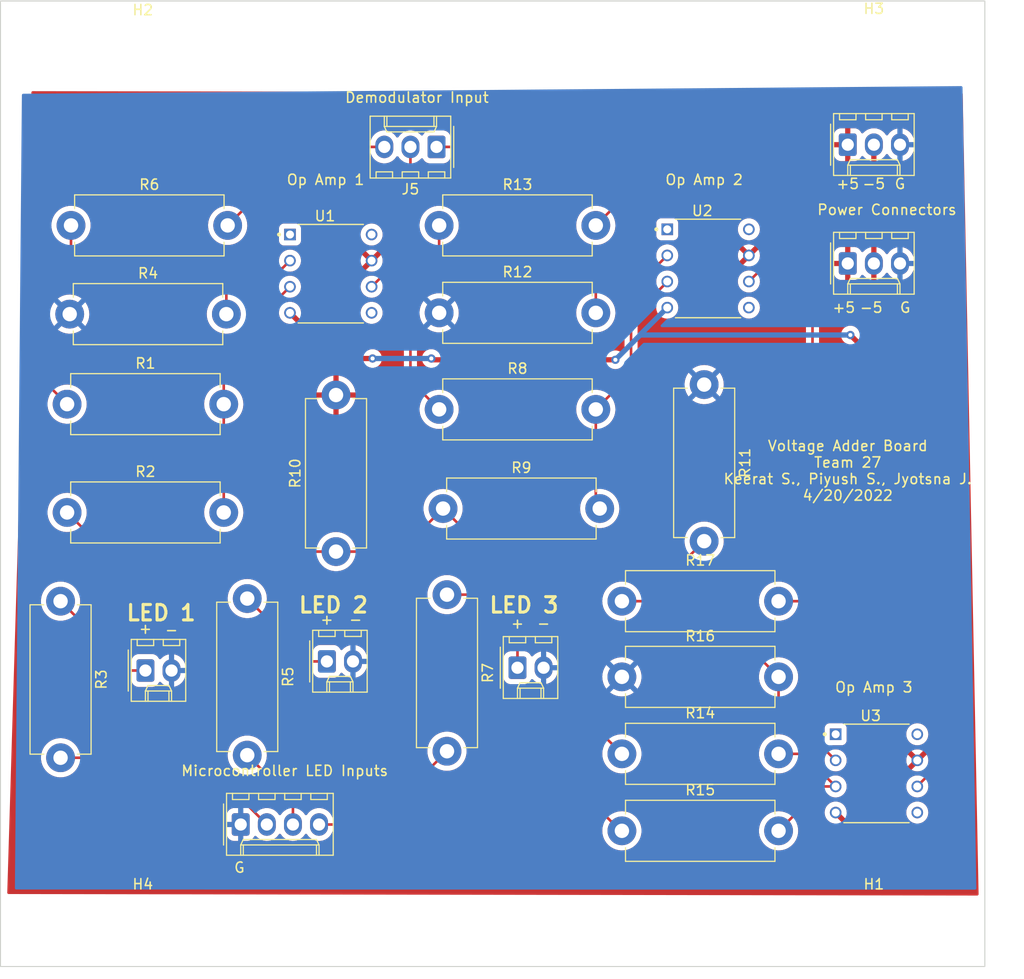
<source format=kicad_pcb>
(kicad_pcb (version 20211014) (generator pcbnew)
  (layers (0 "F.Cu" signal) (31 "B.Cu" signal) (34 "B.Paste" user) (35 "F.Paste" user) (36 "B.SilkS" user "B.Silkscreen") (37 "F.SilkS" user "F.Silkscreen") (38 "B.Mask" user) (39 "F.Mask" user) (44 "Edge.Cuts" user))
  (net 0 "")
  (net 1 "Net-(J1-Pad1)")
  (net 2 "GND")
  (net 3 "Net-(J2-Pad2)")
  (net 4 "Net-(J3-Pad1)")
  (net 5 "Net-(J4-Pad1)")
  (net 6 "Net-(J5-Pad1)")
  (net 7 "Net-(J5-Pad2)")
  (net 8 "Net-(J5-Pad3)")
  (net 9 "Net-(R1-Pad2)")
  (net 10 "Net-(R10-Pad1)")
  (net 11 "Net-(R4-Pad2)")
  (net 12 "Net-(R6-Pad2)")
  (net 13 "Net-(R8-Pad2)")
  (net 14 "+5V")
  (net 15 "Net-(R12-Pad2)")
  (net 16 "Net-(R13-Pad2)")
  (net 17 "Net-(R14-Pad2)")
  (net 18 "Net-(R16-Pad2)")
  (net 19 "Net-(R17-Pad2)")
  (net 21 "-5V")
  (net 27 "Net-(J2-Pad3)")
  (net 28 "Net-(J2-Pad4)")
  (footprint "Resistor_THT:R_Axial_DIN0614_L14.3mm_D5.7mm_P15.24mm_Horizontal" (layer "F.Cu") (at 69.088 67.31)
    (fp_text reference "R4" (at 7.62 -3.97) (layer "F.SilkS"))
    (fp_text value "2.2K")
    (fp_line (start 14.89 -2.97) (end 14.89 -1.64) (layer "F.SilkS") (width 0.12))
    (fp_line (start 0.35 2.97) (end 14.89 2.97) (layer "F.SilkS") (width 0.12))
    (fp_line (start 14.89 2.97) (end 14.89 1.64) (layer "F.SilkS") (width 0.12))
    (fp_line (start 0.35 -1.64) (end 0.35 -2.97) (layer "F.SilkS") (width 0.12))
    (fp_line (start 0.35 1.64) (end 0.35 2.97) (layer "F.SilkS") (width 0.12))
    (fp_line (start 0.35 -2.97) (end 14.89 -2.97) (layer "F.SilkS") (width 0.12))
    (pad "1" thru_hole circle (at 0 0) (size 2.8 2.8) (drill 1.4) (layers *.Cu *.Mask) (net 2 "GND"))
    (pad "2" thru_hole oval (at 15.24 0) (size 2.8 2.8) (drill 1.4) (layers *.Cu *.Mask) (net 11 "Net-(R4-Pad2)"))
  )
  (footprint "Resistor_THT:R_Axial_DIN0614_L14.3mm_D5.7mm_P15.24mm_Horizontal" (layer "F.Cu") (at 86.36 94.996 -90)
    (fp_text reference "R5" (at 7.62 -3.97 90) (layer "F.SilkS"))
    (fp_text value "330")
    (fp_line (start 0.35 2.97) (end 14.89 2.97) (layer "F.SilkS") (width 0.12))
    (fp_line (start 0.35 1.64) (end 0.35 2.97) (layer "F.SilkS") (width 0.12))
    (fp_line (start 0.35 -1.64) (end 0.35 -2.97) (layer "F.SilkS") (width 0.12))
    (fp_line (start 0.35 -2.97) (end 14.89 -2.97) (layer "F.SilkS") (width 0.12))
    (fp_line (start 14.89 2.97) (end 14.89 1.64) (layer "F.SilkS") (width 0.12))
    (fp_line (start 14.89 -2.97) (end 14.89 -1.64) (layer "F.SilkS") (width 0.12))
    (pad "1" thru_hole circle (at 0 0 270) (size 2.8 2.8) (drill 1.4) (layers *.Cu *.Mask) (net 4 "Net-(J3-Pad1)"))
    (pad "2" thru_hole oval (at 15.24 0 270) (size 2.8 2.8) (drill 1.4) (layers *.Cu *.Mask) (net 27 "Net-(J2-Pad3)"))
  )
  (footprint "MountingHole:MountingHole_3.2mm_M3" (layer "F.Cu") (at 76.2 127)
    (fp_text reference "H4" (at 0 -4.2) (layer "F.SilkS"))
    (fp_text value "MountingHole")
    (pad "" np_thru_hole circle (at 0 0) (size 3.2 3.2) (drill 3.2) (layers *.Cu *.Mask))
  )
  (footprint "Connector_Molex:Molex_KK-254_AE-6410-03A_1x03_P2.54mm_Vertical" (layer "F.Cu") (at 144.78 50.82)
    (fp_text reference "J7" hide)
    (fp_text value "Conn_01x03_Female")
    (fp_text user "G" (at 5.08 3.81 unlocked) (layer "F.SilkS"))
    (fp_text user "-5" (at 2.54 3.81 unlocked) (layer "F.SilkS"))
    (fp_text user "+5" (at 0 3.81 unlocked) (layer "F.SilkS"))
    (fp_line (start 0.8 -2.43) (end 0.8 -3.03) (layer "F.SilkS") (width 0.12))
    (fp_line (start -1.38 2.99) (end 6.46 2.99) (layer "F.SilkS") (width 0.12))
    (fp_line (start 4.83 1.46) (end 5.08 1.99) (layer "F.SilkS") (width 0.12))
    (fp_line (start 0.25 2.99) (end 0.25 1.99) (layer "F.SilkS") (width 0.12))
    (fp_line (start 4.28 -2.43) (end 5.88 -2.43) (layer "F.SilkS") (width 0.12))
    (fp_line (start 0.25 1.46) (end 4.83 1.46) (layer "F.SilkS") (width 0.12))
    (fp_line (start 1.74 -2.43) (end 3.34 -2.43) (layer "F.SilkS") (width 0.12))
    (fp_line (start -0.8 -3.03) (end -0.8 -2.43) (layer "F.SilkS") (width 0.12))
    (fp_line (start 0 2.99) (end 0 1.99) (layer "F.SilkS") (width 0.12))
    (fp_line (start 0 1.99) (end 0.25 1.46) (layer "F.SilkS") (width 0.12))
    (fp_line (start 4.28 -3.03) (end 4.28 -2.43) (layer "F.SilkS") (width 0.12))
    (fp_line (start 4.83 2.99) (end 4.83 1.99) (layer "F.SilkS") (width 0.12))
    (fp_line (start 0 1.99) (end 5.08 1.99) (layer "F.SilkS") (width 0.12))
    (fp_line (start 5.08 1.99) (end 5.08 2.99) (layer "F.SilkS") (width 0.12))
    (fp_line (start 3.34 -2.43) (end 3.34 -3.03) (layer "F.SilkS") (width 0.12))
    (fp_line (start 6.46 2.99) (end 6.46 -3.03) (layer "F.SilkS") (width 0.12))
    (fp_line (start 5.88 -2.43) (end 5.88 -3.03) (layer "F.SilkS") (width 0.12))
    (fp_line (start 1.74 -3.03) (end 1.74 -2.43) (layer "F.SilkS") (width 0.12))
    (fp_line (start 6.46 -3.03) (end -1.38 -3.03) (layer "F.SilkS") (width 0.12))
    (fp_line (start -1.67 -2) (end -1.67 2) (layer "F.SilkS") (width 0.12))
    (fp_line (start -0.8 -2.43) (end 0.8 -2.43) (layer "F.SilkS") (width 0.12))
    (fp_line (start -1.38 -3.03) (end -1.38 2.99) (layer "F.SilkS") (width 0.12))
    (pad "1" thru_hole roundrect (at 0 0) (size 1.74 2.19) (drill 1.19) (layers *.Cu *.Mask) (roundrect_rratio 0.1436781609) (net 14 "+5V"))
    (pad "2" thru_hole oval (at 2.54 0) (size 1.74 2.19) (drill 1.19) (layers *.Cu *.Mask) (net 21 "-5V"))
    (pad "3" thru_hole oval (at 5.08 0) (size 1.74 2.19) (drill 1.19) (layers *.Cu *.Mask) (net 2 "GND"))
  )
  (footprint "Resistor_THT:R_Axial_DIN0614_L14.3mm_D5.7mm_P15.24mm_Horizontal" (layer "F.Cu") (at 122.809 95.25)
    (fp_text reference "R17" (at 7.62 -3.97) (layer "F.SilkS"))
    (fp_text value "2.2K")
    (fp_line (start 0.35 2.97) (end 14.89 2.97) (layer "F.SilkS") (width 0.12))
    (fp_line (start 14.89 -2.97) (end 14.89 -1.64) (layer "F.SilkS") (width 0.12))
    (fp_line (start 0.35 -1.64) (end 0.35 -2.97) (layer "F.SilkS") (width 0.12))
    (fp_line (start 0.35 1.64) (end 0.35 2.97) (layer "F.SilkS") (width 0.12))
    (fp_line (start 14.89 2.97) (end 14.89 1.64) (layer "F.SilkS") (width 0.12))
    (fp_line (start 0.35 -2.97) (end 14.89 -2.97) (layer "F.SilkS") (width 0.12))
    (pad "1" thru_hole circle (at 0 0) (size 2.8 2.8) (drill 1.4) (layers *.Cu *.Mask) (net 18 "Net-(R16-Pad2)"))
    (pad "2" thru_hole oval (at 15.24 0) (size 2.8 2.8) (drill 1.4) (layers *.Cu *.Mask) (net 19 "Net-(R17-Pad2)"))
  )
  (footprint "Connector_Molex:Molex_KK-254_AE-6410-02A_1x02_P2.54mm_Vertical" (layer "F.Cu") (at 112.649 101.727)
    (fp_text reference "J4" hide)
    (fp_text value "Conn_01x02_Female")
    (fp_text user "+" (at 0 -4.318 unlocked) (layer "F.SilkS"))
    (fp_text user "-" (at 2.54 -4.318 unlocked) (layer "F.SilkS"))
    (fp_line (start 0.8 -2.43) (end 0.8 -3.03) (layer "F.SilkS") (width 0.12))
    (fp_line (start 3.34 -2.43) (end 3.34 -3.03) (layer "F.SilkS") (width 0.12))
    (fp_line (start 2.29 2.99) (end 2.29 1.99) (layer "F.SilkS") (width 0.12))
    (fp_line (start 0.25 1.46) (end 2.29 1.46) (layer "F.SilkS") (width 0.12))
    (fp_line (start 0.25 2.99) (end 0.25 1.99) (layer "F.SilkS") (width 0.12))
    (fp_line (start 2.54 1.99) (end 2.54 2.99) (layer "F.SilkS") (width 0.12))
    (fp_line (start 3.92 -3.03) (end -1.38 -3.03) (layer "F.SilkS") (width 0.12))
    (fp_line (start 0 1.99) (end 2.54 1.99) (layer "F.SilkS") (width 0.12))
    (fp_line (start -1.67 -2) (end -1.67 2) (layer "F.SilkS") (width 0.12))
    (fp_line (start 0 2.99) (end 0 1.99) (layer "F.SilkS") (width 0.12))
    (fp_line (start -0.8 -2.43) (end 0.8 -2.43) (layer "F.SilkS") (width 0.12))
    (fp_line (start -1.38 -3.03) (end -1.38 2.99) (layer "F.SilkS") (width 0.12))
    (fp_line (start 1.74 -3.03) (end 1.74 -2.43) (layer "F.SilkS") (width 0.12))
    (fp_line (start 3.92 2.99) (end 3.92 -3.03) (layer "F.SilkS") (width 0.12))
    (fp_line (start -1.38 2.99) (end 3.92 2.99) (layer "F.SilkS") (width 0.12))
    (fp_line (start -0.8 -3.03) (end -0.8 -2.43) (layer "F.SilkS") (width 0.12))
    (fp_line (start 2.29 1.46) (end 2.54 1.99) (layer "F.SilkS") (width 0.12))
    (fp_line (start 1.74 -2.43) (end 3.34 -2.43) (layer "F.SilkS") (width 0.12))
    (fp_line (start 0 1.99) (end 0.25 1.46) (layer "F.SilkS") (width 0.12))
    (pad "1" thru_hole roundrect (at 0 0) (size 1.74 2.19) (drill 1.19) (layers *.Cu *.Mask) (roundrect_rratio 0.1436781609) (net 5 "Net-(J4-Pad1)"))
    (pad "2" thru_hole oval (at 2.54 0) (size 1.74 2.19) (drill 1.19) (layers *.Cu *.Mask) (net 2 "GND"))
  )
  (footprint "Connector_Molex:Molex_KK-254_AE-6410-03A_1x03_P2.54mm_Vertical" (layer "F.Cu") (at 144.78 62.37699)
    (fp_text reference "J6" hide)
    (fp_text value "Conn_01x03_Female")
    (fp_text user "+5" (at -0.381 4.29801 unlocked) (layer "F.SilkS"))
    (fp_text user "-5" (at 2.286 4.29801 unlocked) (layer "F.SilkS"))
    (fp_text user "G" (at 5.588 4.29801 unlocked) (layer "F.SilkS"))
    (fp_line (start 4.28 -3.03) (end 4.28 -2.43) (layer "F.SilkS") (width 0.12))
    (fp_line (start 0 2.99) (end 0 1.99) (layer "F.SilkS") (width 0.12))
    (fp_line (start 6.46 -3.03) (end -1.38 -3.03) (layer "F.SilkS") (width 0.12))
    (fp_line (start 0 1.99) (end 0.25 1.46) (layer "F.SilkS") (width 0.12))
    (fp_line (start 0.8 -2.43) (end 0.8 -3.03) (layer "F.SilkS") (width 0.12))
    (fp_line (start 0 1.99) (end 5.08 1.99) (layer "F.SilkS") (width 0.12))
    (fp_line (start 0.25 1.46) (end 4.83 1.46) (layer "F.SilkS") (width 0.12))
    (fp_line (start 1.74 -2.43) (end 3.34 -2.43) (layer "F.SilkS") (width 0.12))
    (fp_line (start 5.88 -2.43) (end 5.88 -3.03) (layer "F.SilkS") (width 0.12))
    (fp_line (start 1.74 -3.03) (end 1.74 -2.43) (layer "F.SilkS") (width 0.12))
    (fp_line (start 4.28 -2.43) (end 5.88 -2.43) (layer "F.SilkS") (width 0.12))
    (fp_line (start -0.8 -2.43) (end 0.8 -2.43) (layer "F.SilkS") (width 0.12))
    (fp_line (start 4.83 1.46) (end 5.08 1.99) (layer "F.SilkS") (width 0.12))
    (fp_line (start -1.38 2.99) (end 6.46 2.99) (layer "F.SilkS") (width 0.12))
    (fp_line (start 6.46 2.99) (end 6.46 -3.03) (layer "F.SilkS") (width 0.12))
    (fp_line (start -1.38 -3.03) (end -1.38 2.99) (layer "F.SilkS") (width 0.12))
    (fp_line (start -0.8 -3.03) (end -0.8 -2.43) (layer "F.SilkS") (width 0.12))
    (fp_line (start 0.25 2.99) (end 0.25 1.99) (layer "F.SilkS") (width 0.12))
    (fp_line (start 4.83 2.99) (end 4.83 1.99) (layer "F.SilkS") (width 0.12))
    (fp_line (start 3.34 -2.43) (end 3.34 -3.03) (layer "F.SilkS") (width 0.12))
    (fp_line (start 5.08 1.99) (end 5.08 2.99) (layer "F.SilkS") (width 0.12))
    (fp_line (start -1.67 -2) (end -1.67 2) (layer "F.SilkS") (width 0.12))
    (pad "1" thru_hole roundrect (at 0 0) (size 1.74 2.19) (drill 1.19) (layers *.Cu *.Mask) (roundrect_rratio 0.1436781609) (net 14 "+5V"))
    (pad "2" thru_hole oval (at 2.54 0) (size 1.74 2.19) (drill 1.19) (layers *.Cu *.Mask) (net 21 "-5V"))
    (pad "3" thru_hole oval (at 5.08 0) (size 1.74 2.19) (drill 1.19) (layers *.Cu *.Mask) (net 2 "GND"))
  )
  (footprint "Connector_Molex:Molex_KK-254_AE-6410-02A_1x02_P2.54mm_Vertical" (layer "F.Cu") (at 94.107 101.11199)
    (fp_text reference "J3" hide)
    (fp_text value "Conn_01x02_Female")
    (fp_text user "+" (at 0 -4.08399 unlocked) (layer "F.SilkS"))
    (fp_text user "-" (at 2.794 -4.08399 unlocked) (layer "F.SilkS"))
    (fp_line (start 1.74 -3.03) (end 1.74 -2.43) (layer "F.SilkS") (width 0.12))
    (fp_line (start 3.92 -3.03) (end -1.38 -3.03) (layer "F.SilkS") (width 0.12))
    (fp_line (start -1.38 2.99) (end 3.92 2.99) (layer "F.SilkS") (width 0.12))
    (fp_line (start 3.34 -2.43) (end 3.34 -3.03) (layer "F.SilkS") (width 0.12))
    (fp_line (start 0 1.99) (end 0.25 1.46) (layer "F.SilkS") (width 0.12))
    (fp_line (start 2.29 1.46) (end 2.54 1.99) (layer "F.SilkS") (width 0.12))
    (fp_line (start 0 1.99) (end 2.54 1.99) (layer "F.SilkS") (width 0.12))
    (fp_line (start -1.38 -3.03) (end -1.38 2.99) (layer "F.SilkS") (width 0.12))
    (fp_line (start -0.8 -2.43) (end 0.8 -2.43) (layer "F.SilkS") (width 0.12))
    (fp_line (start 2.54 1.99) (end 2.54 2.99) (layer "F.SilkS") (width 0.12))
    (fp_line (start 3.92 2.99) (end 3.92 -3.03) (layer "F.SilkS") (width 0.12))
    (fp_line (start 0.8 -2.43) (end 0.8 -3.03) (layer "F.SilkS") (width 0.12))
    (fp_line (start 0.25 2.99) (end 0.25 1.99) (layer "F.SilkS") (width 0.12))
    (fp_line (start -0.8 -3.03) (end -0.8 -2.43) (layer "F.SilkS") (width 0.12))
    (fp_line (start 0.25 1.46) (end 2.29 1.46) (layer "F.SilkS") (width 0.12))
    (fp_line (start 0 2.99) (end 0 1.99) (layer "F.SilkS") (width 0.12))
    (fp_line (start 1.74 -2.43) (end 3.34 -2.43) (layer "F.SilkS") (width 0.12))
    (fp_line (start -1.67 -2) (end -1.67 2) (layer "F.SilkS") (width 0.12))
    (fp_line (start 2.29 2.99) (end 2.29 1.99) (layer "F.SilkS") (width 0.12))
    (pad "1" thru_hole roundrect (at 0 0) (size 1.74 2.19) (drill 1.19) (layers *.Cu *.Mask) (roundrect_rratio 0.1436781609) (net 4 "Net-(J3-Pad1)"))
    (pad "2" thru_hole oval (at 2.54 0) (size 1.74 2.19) (drill 1.19) (layers *.Cu *.Mask) (net 2 "GND"))
  )
  (footprint "Resistor_THT:R_Axial_DIN0614_L14.3mm_D5.7mm_P15.24mm_Horizontal" (layer "F.Cu") (at 69.215 58.674)
    (fp_text reference "R6" (at 7.62 -3.97) (layer "F.SilkS"))
    (fp_text value "2.2K")
    (fp_line (start 14.89 2.97) (end 14.89 1.64) (layer "F.SilkS") (width 0.12))
    (fp_line (start 14.89 -2.97) (end 14.89 -1.64) (layer "F.SilkS") (width 0.12))
    (fp_line (start 0.35 1.64) (end 0.35 2.97) (layer "F.SilkS") (width 0.12))
    (fp_line (start 0.35 -2.97) (end 14.89 -2.97) (layer "F.SilkS") (width 0.12))
    (fp_line (start 0.35 -1.64) (end 0.35 -2.97) (layer "F.SilkS") (width 0.12))
    (fp_line (start 0.35 2.97) (end 14.89 2.97) (layer "F.SilkS") (width 0.12))
    (pad "1" thru_hole circle (at 0 0) (size 2.8 2.8) (drill 1.4) (layers *.Cu *.Mask) (net 11 "Net-(R4-Pad2)"))
    (pad "2" thru_hole oval (at 15.24 0) (size 2.8 2.8) (drill 1.4) (layers *.Cu *.Mask) (net 12 "Net-(R6-Pad2)"))
  )
  (footprint "Resistor_THT:R_Axial_DIN0614_L14.3mm_D5.7mm_P15.24mm_Horizontal" (layer "F.Cu") (at 105.029 76.581)
    (fp_text reference "R8" (at 7.62 -3.97) (layer "F.SilkS"))
    (fp_text value "2.2K")
    (fp_line (start 14.89 2.97) (end 14.89 1.64) (layer "F.SilkS") (width 0.12))
    (fp_line (start 0.35 1.64) (end 0.35 2.97) (layer "F.SilkS") (width 0.12))
    (fp_line (start 0.35 2.97) (end 14.89 2.97) (layer "F.SilkS") (width 0.12))
    (fp_line (start 14.89 -2.97) (end 14.89 -1.64) (layer "F.SilkS") (width 0.12))
    (fp_line (start 0.35 -1.64) (end 0.35 -2.97) (layer "F.SilkS") (width 0.12))
    (fp_line (start 0.35 -2.97) (end 14.89 -2.97) (layer "F.SilkS") (width 0.12))
    (pad "1" thru_hole circle (at 0 0) (size 2.8 2.8) (drill 1.4) (layers *.Cu *.Mask) (net 7 "Net-(J5-Pad2)"))
    (pad "2" thru_hole oval (at 15.24 0) (size 2.8 2.8) (drill 1.4) (layers *.Cu *.Mask) (net 13 "Net-(R8-Pad2)"))
  )
  (footprint "Resistor_THT:R_Axial_DIN0614_L14.3mm_D5.7mm_P15.24mm_Horizontal" (layer "F.Cu") (at 122.809 102.616)
    (fp_text reference "R16" (at 7.62 -3.97) (layer "F.SilkS"))
    (fp_text value "2.2K")
    (fp_line (start 14.89 2.97) (end 14.89 1.64) (layer "F.SilkS") (width 0.12))
    (fp_line (start 14.89 -2.97) (end 14.89 -1.64) (layer "F.SilkS") (width 0.12))
    (fp_line (start 0.35 -1.64) (end 0.35 -2.97) (layer "F.SilkS") (width 0.12))
    (fp_line (start 0.35 2.97) (end 14.89 2.97) (layer "F.SilkS") (width 0.12))
    (fp_line (start 0.35 1.64) (end 0.35 2.97) (layer "F.SilkS") (width 0.12))
    (fp_line (start 0.35 -2.97) (end 14.89 -2.97) (layer "F.SilkS") (width 0.12))
    (pad "1" thru_hole circle (at 0 0) (size 2.8 2.8) (drill 1.4) (layers *.Cu *.Mask) (net 2 "GND"))
    (pad "2" thru_hole oval (at 15.24 0) (size 2.8 2.8) (drill 1.4) (layers *.Cu *.Mask) (net 18 "Net-(R16-Pad2)"))
  )
  (footprint "uA741:DIP794W45P254L959H508Q8" (layer "F.Cu") (at 94.488 63.373)
    (fp_text reference "U1" (at -0.565 -5.607) (layer "F.SilkS"))
    (fp_text value "UA741CP")
    (fp_line (start -3.175 4.795) (end 3.175 4.795) (layer "F.SilkS") (width 0.127))
    (fp_line (start -3.175 -4.795) (end 3.175 -4.795) (layer "F.SilkS") (width 0.127))
    (fp_circle (center -5.035 -3.81) (end -4.935 -3.81) (layer "F.SilkS") (width 0.2) (fill none))
    (pad "1" thru_hole rect locked (at -3.97 -3.81) (size 1.13 1.13) (drill 0.78) (layers *.Cu *.Mask))
    (pad "2" thru_hole circle locked (at -3.97 -1.27) (size 1.13 1.13) (drill 0.78) (layers *.Cu *.Mask) (net 11 "Net-(R4-Pad2)"))
    (pad "3" thru_hole circle locked (at -3.97 1.27) (size 1.13 1.13) (drill 0.78) (layers *.Cu *.Mask) (net 9 "Net-(R1-Pad2)"))
    (pad "4" thru_hole circle locked (at -3.97 3.81) (size 1.13 1.13) (drill 0.78) (layers *.Cu *.Mask) (net 21 "-5V"))
    (pad "5" thru_hole circle locked (at 3.97 3.81) (size 1.13 1.13) (drill 0.78) (layers *.Cu *.Mask))
    (pad "6" thru_hole circle locked (at 3.97 1.27) (size 1.13 1.13) (drill 0.78) (layers *.Cu *.Mask) (net 12 "Net-(R6-Pad2)"))
    (pad "7" thru_hole circle locked (at 3.97 -1.27) (size 1.13 1.13) (drill 0.78) (layers *.Cu *.Mask) (net 14 "+5V"))
    (pad "8" thru_hole circle locked (at 3.97 -3.81) (size 1.13 1.13) (drill 0.78) (layers *.Cu *.Mask))
  )
  (footprint "uA741:DIP794W45P254L959H508Q8" (layer "F.Cu") (at 147.574 112.014)
    (fp_text reference "U3" (at -0.565 -5.607) (layer "F.SilkS"))
    (fp_text value "UA741CP")
    (fp_line (start -3.175 4.795) (end 3.175 4.795) (layer "F.SilkS") (width 0.127))
    (fp_line (start -3.175 -4.795) (end 3.175 -4.795) (layer "F.SilkS") (width 0.127))
    (fp_circle (center -5.035 -3.81) (end -4.935 -3.81) (layer "F.SilkS") (width 0.2) (fill none))
    (pad "1" thru_hole rect locked (at -3.97 -3.81) (size 1.13 1.13) (drill 0.78) (layers *.Cu *.Mask))
    (pad "2" thru_hole circle locked (at -3.97 -1.27) (size 1.13 1.13) (drill 0.78) (layers *.Cu *.Mask) (net 18 "Net-(R16-Pad2)"))
    (pad "3" thru_hole circle locked (at -3.97 1.27) (size 1.13 1.13) (drill 0.78) (layers *.Cu *.Mask) (net 17 "Net-(R14-Pad2)"))
    (pad "4" thru_hole circle locked (at -3.97 3.81) (size 1.13 1.13) (drill 0.78) (layers *.Cu *.Mask) (net 21 "-5V"))
    (pad "5" thru_hole circle locked (at 3.97 3.81) (size 1.13 1.13) (drill 0.78) (layers *.Cu *.Mask))
    (pad "6" thru_hole circle locked (at 3.97 1.27) (size 1.13 1.13) (drill 0.78) (layers *.Cu *.Mask) (net 19 "Net-(R17-Pad2)"))
    (pad "7" thru_hole circle locked (at 3.97 -1.27) (size 1.13 1.13) (drill 0.78) (layers *.Cu *.Mask) (net 14 "+5V"))
    (pad "8" thru_hole circle locked (at 3.97 -3.81) (size 1.13 1.13) (drill 0.78) (layers *.Cu *.Mask))
  )
  (footprint "Connector_Molex:Molex_KK-254_AE-6410-02A_1x02_P2.54mm_Vertical" (layer "F.Cu") (at 76.454 102.00099)
    (fp_text reference "J1" hide)
    (fp_text value "Conn_01x02_Female")
    (fp_text user "-" (at 2.54 -3.95699 unlocked) (layer "F.SilkS"))
    (fp_text user "+" (at 0 -4.08399 unlocked) (layer "F.SilkS"))
    (fp_line (start 3.34 -2.43) (end 3.34 -3.03) (layer "F.SilkS") (width 0.12))
    (fp_line (start 0.25 1.46) (end 2.29 1.46) (layer "F.SilkS") (width 0.12))
    (fp_line (start 1.74 -3.03) (end 1.74 -2.43) (layer "F.SilkS") (width 0.12))
    (fp_line (start -0.8 -3.03) (end -0.8 -2.43) (layer "F.SilkS") (width 0.12))
    (fp_line (start 0.25 2.99) (end 0.25 1.99) (layer "F.SilkS") (width 0.12))
    (fp_line (start 0 1.99) (end 0.25 1.46) (layer "F.SilkS") (width 0.12))
    (fp_line (start -1.67 -2) (end -1.67 2) (layer "F.SilkS") (width 0.12))
    (fp_line (start 2.29 2.99) (end 2.29 1.99) (layer "F.SilkS") (width 0.12))
    (fp_line (start -0.8 -2.43) (end 0.8 -2.43) (layer "F.SilkS") (width 0.12))
    (fp_line (start 0.8 -2.43) (end 0.8 -3.03) (layer "F.SilkS") (width 0.12))
    (fp_line (start 0 2.99) (end 0 1.99) (layer "F.SilkS") (width 0.12))
    (fp_line (start 3.92 2.99) (end 3.92 -3.03) (layer "F.SilkS") (width 0.12))
    (fp_line (start 0 1.99) (end 2.54 1.99) (layer "F.SilkS") (width 0.12))
    (fp_line (start 3.92 -3.03) (end -1.38 -3.03) (layer "F.SilkS") (width 0.12))
    (fp_line (start 1.74 -2.43) (end 3.34 -2.43) (layer "F.SilkS") (width 0.12))
    (fp_line (start 2.54 1.99) (end 2.54 2.99) (layer "F.SilkS") (width 0.12))
    (fp_line (start -1.38 -3.03) (end -1.38 2.99) (layer "F.SilkS") (width 0.12))
    (fp_line (start -1.38 2.99) (end 3.92 2.99) (layer "F.SilkS") (width 0.12))
    (fp_line (start 2.29 1.46) (end 2.54 1.99) (layer "F.SilkS") (width 0.12))
    (pad "1" thru_hole roundrect (at 0 0) (size 1.74 2.19) (drill 1.19) (layers *.Cu *.Mask) (roundrect_rratio 0.1436781609) (net 1 "Net-(J1-Pad1)"))
    (pad "2" thru_hole oval (at 2.54 0) (size 1.74 2.19) (drill 1.19) (layers *.Cu *.Mask) (net 2 "GND"))
  )
  (footprint "Connector_Molex:Molex_KK-254_AE-6410-03A_1x03_P2.54mm_Vertical" (layer "F.Cu") (at 104.775 51.034 180)
    (fp_text reference "J5" (at 2.54 -4.12) (layer "F.SilkS"))
    (fp_text value "Conn_01x03_Female")
    (fp_line (start 4.83 1.46) (end 5.08 1.99) (layer "F.SilkS") (width 0.12))
    (fp_line (start 0 2.99) (end 0 1.99) (layer "F.SilkS") (width 0.12))
    (fp_line (start 4.83 2.99) (end 4.83 1.99) (layer "F.SilkS") (width 0.12))
    (fp_line (start 6.46 2.99) (end 6.46 -3.03) (layer "F.SilkS") (width 0.12))
    (fp_line (start -0.8 -3.03) (end -0.8 -2.43) (layer "F.SilkS") (width 0.12))
    (fp_line (start -1.38 2.99) (end 6.46 2.99) (layer "F.SilkS") (width 0.12))
    (fp_line (start -1.38 -3.03) (end -1.38 2.99) (layer "F.SilkS") (width 0.12))
    (fp_line (start 5.88 -2.43) (end 5.88 -3.03) (layer "F.SilkS") (width 0.12))
    (fp_line (start 4.28 -2.43) (end 5.88 -2.43) (layer "F.SilkS") (width 0.12))
    (fp_line (start 0.25 1.46) (end 4.83 1.46) (layer "F.SilkS") (width 0.12))
    (fp_line (start 5.08 1.99) (end 5.08 2.99) (layer "F.SilkS") (width 0.12))
    (fp_line (start -0.8 -2.43) (end 0.8 -2.43) (layer "F.SilkS") (width 0.12))
    (fp_line (start 4.28 -3.03) (end 4.28 -2.43) (layer "F.SilkS") (width 0.12))
    (fp_line (start 3.34 -2.43) (end 3.34 -3.03) (layer "F.SilkS") (width 0.12))
    (fp_line (start 0.25 2.99) (end 0.25 1.99) (layer "F.SilkS") (width 0.12))
    (fp_line (start 0 1.99) (end 0.25 1.46) (layer "F.SilkS") (width 0.12))
    (fp_line (start -1.67 -2) (end -1.67 2) (layer "F.SilkS") (width 0.12))
    (fp_line (start 0 1.99) (end 5.08 1.99) (layer "F.SilkS") (width 0.12))
    (fp_line (start 0.8 -2.43) (end 0.8 -3.03) (layer "F.SilkS") (width 0.12))
    (fp_line (start 1.74 -3.03) (end 1.74 -2.43) (layer "F.SilkS") (width 0.12))
    (fp_line (start 6.46 -3.03) (end -1.38 -3.03) (layer "F.SilkS") (width 0.12))
    (fp_line (start 1.74 -2.43) (end 3.34 -2.43) (layer "F.SilkS") (width 0.12))
    (pad "1" thru_hole roundrect (at 0 0 180) (size 1.74 2.19) (drill 1.19) (layers *.Cu *.Mask) (roundrect_rratio 0.1436781609) (net 6 "Net-(J5-Pad1)"))
    (pad "2" thru_hole oval (at 2.54 0 180) (size 1.74 2.19) (drill 1.19) (layers *.Cu *.Mask) (net 7 "Net-(J5-Pad2)"))
    (pad "3" thru_hole oval (at 5.08 0 180) (size 1.74 2.19) (drill 1.19) (layers *.Cu *.Mask) (net 8 "Net-(J5-Pad3)"))
  )
  (footprint "Resistor_THT:R_Axial_DIN0614_L14.3mm_D5.7mm_P15.24mm_Horizontal" (layer "F.Cu") (at 105.029 67.183)
    (fp_text reference "R12" (at 7.62 -3.97) (layer "F.SilkS"))
    (fp_text value "2.2K")
    (fp_line (start 0.35 -2.97) (end 14.89 -2.97) (layer "F.SilkS") (width 0.12))
    (fp_line (start 14.89 2.97) (end 14.89 1.64) (layer "F.SilkS") (width 0.12))
    (fp_line (start 14.89 -2.97) (end 14.89 -1.64) (layer "F.SilkS") (width 0.12))
    (fp_line (start 0.35 2.97) (end 14.89 2.97) (layer "F.SilkS") (width 0.12))
    (fp_line (start 0.35 1.64) (end 0.35 2.97) (layer "F.SilkS") (width 0.12))
    (fp_line (start 0.35 -1.64) (end 0.35 -2.97) (layer "F.SilkS") (width 0.12))
    (pad "1" thru_hole circle (at 0 0) (size 2.8 2.8) (drill 1.4) (layers *.Cu *.Mask) (net 2 "GND"))
    (pad "2" thru_hole oval (at 15.24 0) (size 2.8 2.8) (drill 1.4) (layers *.Cu *.Mask) (net 15 "Net-(R12-Pad2)"))
  )
  (footprint "Resistor_THT:R_Axial_DIN0614_L14.3mm_D5.7mm_P15.24mm_Horizontal" (layer "F.Cu") (at 130.81 74.168 -90)
    (fp_text reference "R11" (at 7.62 -3.97 90) (layer "F.SilkS"))
    (fp_text value "3.3K")
    (fp_line (start 0.35 -2.97) (end 14.89 -2.97) (layer "F.SilkS") (width 0.12))
    (fp_line (start 14.89 2.97) (end 14.89 1.64) (layer "F.SilkS") (width 0.12))
    (fp_line (start 0.35 -1.64) (end 0.35 -2.97) (layer "F.SilkS") (width 0.12))
    (fp_line (start 0.35 1.64) (end 0.35 2.97) (layer "F.SilkS") (width 0.12))
    (fp_line (start 0.35 2.97) (end 14.89 2.97) (layer "F.SilkS") (width 0.12))
    (fp_line (start 14.89 -2.97) (end 14.89 -1.64) (layer "F.SilkS") (width 0.12))
    (pad "1" thru_hole circle (at 0 0 270) (size 2.8 2.8) (drill 1.4) (layers *.Cu *.Mask) (net 2 "GND"))
    (pad "2" thru_hole oval (at 15.24 0 270) (size 2.8 2.8) (drill 1.4) (layers *.Cu *.Mask) (net 10 "Net-(R10-Pad1)"))
  )
  (footprint "MountingHole:MountingHole_3.2mm_M3" (layer "F.Cu") (at 76.2 41.91)
    (fp_text reference "H2" (at 0 -4.2) (layer "F.SilkS"))
    (fp_text value "MountingHole")
    (pad "" np_thru_hole circle (at 0 0) (size 3.2 3.2) (drill 3.2) (layers *.Cu *.Mask))
  )
  (footprint "MountingHole:MountingHole_3.2mm_M3" (layer "F.Cu") (at 147.32 127)
    (fp_text reference "H1" (at 0 -4.2) (layer "F.SilkS"))
    (fp_text value "MountingHole")
    (pad "" np_thru_hole circle (at 0 0) (size 3.2 3.2) (drill 3.2) (layers *.Cu *.Mask))
  )
  (footprint "uA741:DIP794W45P254L959H508Q8" (layer "F.Cu") (at 131.191 62.865)
    (fp_text reference "U2" (at -0.565 -5.607) (layer "F.SilkS"))
    (fp_text value "UA741CP")
    (fp_line (start -3.175 -4.795) (end 3.175 -4.795) (layer "F.SilkS") (width 0.127))
    (fp_line (start -3.175 4.795) (end 3.175 4.795) (layer "F.SilkS") (width 0.127))
    (fp_circle (center -5.035 -3.81) (end -4.935 -3.81) (layer "F.SilkS") (width 0.2) (fill none))
    (pad "1" thru_hole rect locked (at -3.97 -3.81) (size 1.13 1.13) (drill 0.78) (layers *.Cu *.Mask))
    (pad "2" thru_hole circle locked (at -3.97 -1.27) (size 1.13 1.13) (drill 0.78) (layers *.Cu *.Mask) (net 15 "Net-(R12-Pad2)"))
    (pad "3" thru_hole circle locked (at -3.97 1.27) (size 1.13 1.13) (drill 0.78) (layers *.Cu *.Mask) (net 13 "Net-(R8-Pad2)"))
    (pad "4" thru_hole circle locked (at -3.97 3.81) (size 1.13 1.13) (drill 0.78) (layers *.Cu *.Mask) (net 21 "-5V"))
    (pad "5" thru_hole circle locked (at 3.97 3.81) (size 1.13 1.13) (drill 0.78) (layers *.Cu *.Mask))
    (pad "6" thru_hole circle locked (at 3.97 1.27) (size 1.13 1.13) (drill 0.78) (layers *.Cu *.Mask) (net 16 "Net-(R13-Pad2)"))
    (pad "7" thru_hole circle locked (at 3.97 -1.27) (size 1.13 1.13) (drill 0.78) (layers *.Cu *.Mask) (net 14 "+5V"))
    (pad "8" thru_hole circle locked (at 3.97 -3.81) (size 1.13 1.13) (drill 0.78) (layers *.Cu *.Mask))
  )
  (footprint "Resistor_THT:R_Axial_DIN0614_L14.3mm_D5.7mm_P15.24mm_Horizontal" (layer "F.Cu") (at 122.809 117.602)
    (fp_text reference "R15" (at 7.62 -3.97) (layer "F.SilkS"))
    (fp_text value "2.2K")
    (fp_line (start 0.35 2.97) (end 14.89 2.97) (layer "F.SilkS") (width 0.12))
    (fp_line (start 0.35 -2.97) (end 14.89 -2.97) (layer "F.SilkS") (width 0.12))
    (fp_line (start 0.35 1.64) (end 0.35 2.97) (layer "F.SilkS") (width 0.12))
    (fp_line (start 14.89 2.97) (end 14.89 1.64) (layer "F.SilkS") (width 0.12))
    (fp_line (start 14.89 -2.97) (end 14.89 -1.64) (layer "F.SilkS") (width 0.12))
    (fp_line (start 0.35 -1.64) (end 0.35 -2.97) (layer "F.SilkS") (width 0.12))
    (pad "1" thru_hole circle (at 0 0) (size 2.8 2.8) (drill 1.4) (layers *.Cu *.Mask) (net 10 "Net-(R10-Pad1)"))
    (pad "2" thru_hole oval (at 15.24 0) (size 2.8 2.8) (drill 1.4) (layers *.Cu *.Mask) (net 17 "Net-(R14-Pad2)"))
  )
  (footprint "Resistor_THT:R_Axial_DIN0614_L14.3mm_D5.7mm_P15.24mm_Horizontal" (layer "F.Cu") (at 122.809 110.109)
    (fp_text reference "R14" (at 7.62 -3.97) (layer "F.SilkS"))
    (fp_text value "2.2K")
    (fp_line (start 0.35 -1.64) (end 0.35 -2.97) (layer "F.SilkS") (width 0.12))
    (fp_line (start 0.35 2.97) (end 14.89 2.97) (layer "F.SilkS") (width 0.12))
    (fp_line (start 0.35 -2.97) (end 14.89 -2.97) (layer "F.SilkS") (width 0.12))
    (fp_line (start 0.35 1.64) (end 0.35 2.97) (layer "F.SilkS") (width 0.12))
    (fp_line (start 14.89 2.97) (end 14.89 1.64) (layer "F.SilkS") (width 0.12))
    (fp_line (start 14.89 -2.97) (end 14.89 -1.64) (layer "F.SilkS") (width 0.12))
    (pad "1" thru_hole circle (at 0 0) (size 2.8 2.8) (drill 1.4) (layers *.Cu *.Mask) (net 6 "Net-(J5-Pad1)"))
    (pad "2" thru_hole oval (at 15.24 0) (size 2.8 2.8) (drill 1.4) (layers *.Cu *.Mask) (net 17 "Net-(R14-Pad2)"))
  )
  (footprint "Resistor_THT:R_Axial_DIN0614_L14.3mm_D5.7mm_P15.24mm_Horizontal" (layer "F.Cu") (at 68.199 95.25 -90)
    (fp_text reference "R3" (at 7.62 -3.97 90) (layer "F.SilkS"))
    (fp_text value "330")
    (fp_line (start 0.35 -2.97) (end 14.89 -2.97) (layer "F.SilkS") (width 0.12))
    (fp_line (start 0.35 -1.64) (end 0.35 -2.97) (layer "F.SilkS") (width 0.12))
    (fp_line (start 0.35 2.97) (end 14.89 2.97) (layer "F.SilkS") (width 0.12))
    (fp_line (start 0.35 1.64) (end 0.35 2.97) (layer "F.SilkS") (width 0.12))
    (fp_line (start 14.89 2.97) (end 14.89 1.64) (layer "F.SilkS") (width 0.12))
    (fp_line (start 14.89 -2.97) (end 14.89 -1.64) (layer "F.SilkS") (width 0.12))
    (pad "1" thru_hole circle (at 0 0 270) (size 2.8 2.8) (drill 1.4) (layers *.Cu *.Mask) (net 1 "Net-(J1-Pad1)"))
    (pad "2" thru_hole oval (at 15.24 0 270) (size 2.8 2.8) (drill 1.4) (layers *.Cu *.Mask) (net 3 "Net-(J2-Pad2)"))
  )
  (footprint "Connector_Molex:Molex_KK-254_AE-6410-04A_1x04_P2.54mm_Vertical" (layer "F.Cu") (at 85.725 116.987)
    (fp_text reference "J2" hide)
    (fp_text value "Conn_01x04")
    (fp_text user "G" (at -0.127 4.191 unlocked) (layer "F.SilkS"))
    (fp_line (start 0 1.99) (end 0.25 1.46) (layer "F.SilkS") (width 0.12))
    (fp_line (start 7.37 2.99) (end 7.37 1.99) (layer "F.SilkS") (width 0.12))
    (fp_line (start 1.74 -3.03) (end 1.74 -2.43) (layer "F.SilkS") (width 0.12))
    (fp_line (start 4.28 -3.03) (end 4.28 -2.43) (layer "F.SilkS") (width 0.12))
    (fp_line (start 0.25 1.46) (end 7.37 1.46) (layer "F.SilkS") (width 0.12))
    (fp_line (start -1.38 -3.03) (end -1.38 2.99) (layer "F.SilkS") (width 0.12))
    (fp_line (start 5.88 -2.43) (end 5.88 -3.03) (layer "F.SilkS") (width 0.12))
    (fp_line (start 7.37 1.46) (end 7.62 1.99) (layer "F.SilkS") (width 0.12))
    (fp_line (start 1.74 -2.43) (end 3.34 -2.43) (layer "F.SilkS") (width 0.12))
    (fp_line (start 0 2.99) (end 0 1.99) (layer "F.SilkS") (width 0.12))
    (fp_line (start 9 -3.03) (end -1.38 -3.03) (layer "F.SilkS") (width 0.12))
    (fp_line (start -1.38 2.99) (end 9 2.99) (layer "F.SilkS") (width 0.12))
    (fp_line (start 0.25 2.99) (end 0.25 1.99) (layer "F.SilkS") (width 0.12))
    (fp_line (start -1.67 -2) (end -1.67 2) (layer "F.SilkS") (width 0.12))
    (fp_line (start 7.62 1.99) (end 7.62 2.99) (layer "F.SilkS") (width 0.12))
    (fp_line (start 3.34 -2.43) (end 3.34 -3.03) (layer "F.SilkS") (width 0.12))
    (fp_line (start 9 2.99) (end 9 -3.03) (layer "F.SilkS") (width 0.12))
    (fp_line (start 8.42 -2.43) (end 8.42 -3.03) (layer "F.SilkS") (width 0.12))
    (fp_line (start 6.82 -3.03) (end 6.82 -2.43) (layer "F.SilkS") (width 0.12))
    (fp_line (start -0.8 -2.43) (end 0.8 -2.43) (layer "F.SilkS") (width 0.12))
    (fp_line (start 6.82 -2.43) (end 8.42 -2.43) (layer "F.SilkS") (width 0.12))
    (fp_line (start 0 1.99) (end 7.62 1.99) (layer "F.SilkS") (width 0.12))
    (fp_line (start 4.28 -2.43) (end 5.88 -2.43) (layer "F.SilkS") (width 0.12))
    (fp_line (start -0.8 -3.03) (end -0.8 -2.43) (layer "F.SilkS") (width 0.12))
    (fp_line (start 0.8 -2.43) (end 0.8 -3.03) (layer "F.SilkS") (width 0.12))
    (pad "1" thru_hole roundrect (at 0 0) (size 1.74 2.19) (drill 1.19) (layers *.Cu *.Mask) (roundrect_rratio 0.1436781609) (net 2 "GND"))
    (pad "2" thru_hole oval (at 2.54 0) (size 1.74 2.19) (drill 1.19) (layers *.Cu *.Mask) (net 3 "Net-(J2-Pad2)"))
    (pad "3" thru_hole oval (at 5.08 0) (size 1.74 2.19) (drill 1.19) (layers *.Cu *.Mask) (net 27 "Net-(J2-Pad3)"))
    (pad "4" thru_hole oval (at 7.62 0) (size 1.74 2.19) (drill 1.19) (layers *.Cu *.Mask) (net 28 "Net-(J2-Pad4)"))
  )
  (footprint "Resistor_THT:R_Axial_DIN0614_L14.3mm_D5.7mm_P15.24mm_Horizontal" (layer "F.Cu") (at 68.834 86.614)
    (fp_text reference "R2" (at 7.62 -3.97) (layer "F.SilkS"))
    (fp_text value "2.2K")
    (fp_line (start 14.89 -2.97) (end 14.89 -1.64) (layer "F.SilkS") (width 0.12))
    (fp_line (start 0.35 -2.97) (end 14.89 -2.97) (layer "F.SilkS") (width 0.12))
    (fp_line (start 0.35 2.97) (end 14.89 2.97) (layer "F.SilkS") (width 0.12))
    (fp_line (start 0.35 -1.64) (end 0.35 -2.97) (layer "F.SilkS") (width 0.12))
    (fp_line (start 0.35 1.64) (end 0.35 2.97) (layer "F.SilkS") (width 0.12))
    (fp_line (start 14.89 2.97) (end 14.89 1.64) (layer "F.SilkS") (width 0.12))
    (pad "1" thru_hole circle (at 0 0) (size 2.8 2.8) (drill 1.4) (layers *.Cu *.Mask) (net 10 "Net-(R10-Pad1)"))
    (pad "2" thru_hole oval (at 15.24 0) (size 2.8 2.8) (drill 1.4) (layers *.Cu *.Mask) (net 9 "Net-(R1-Pad2)"))
  )
  (footprint "Resistor_THT:R_Axial_DIN0614_L14.3mm_D5.7mm_P15.24mm_Horizontal" (layer "F.Cu") (at 68.834 76.073)
    (fp_text reference "R1" (at 7.62 -3.97) (layer "F.SilkS"))
    (fp_text value "2.2K")
    (fp_line (start 0.35 1.64) (end 0.35 2.97) (layer "F.SilkS") (width 0.12))
    (fp_line (start 14.89 -2.97) (end 14.89 -1.64) (layer "F.SilkS") (width 0.12))
    (fp_line (start 0.35 -1.64) (end 0.35 -2.97) (layer "F.SilkS") (width 0.12))
    (fp_line (start 0.35 -2.97) (end 14.89 -2.97) (layer "F.SilkS") (width 0.12))
    (fp_line (start 0.35 2.97) (end 14.89 2.97) (layer "F.SilkS") (width 0.12))
    (fp_line (start 14.89 2.97) (end 14.89 1.64) (layer "F.SilkS") (width 0.12))
    (pad "1" thru_hole circle (at 0 0) (size 2.8 2.8) (drill 1.4) (layers *.Cu *.Mask) (net 8 "Net-(J5-Pad3)"))
    (pad "2" thru_hole oval (at 15.24 0) (size 2.8 2.8) (drill 1.4) (layers *.Cu *.Mask) (net 9 "Net-(R1-Pad2)"))
  )
  (footprint "Resistor_THT:R_Axial_DIN0614_L14.3mm_D5.7mm_P15.24mm_Horizontal" (layer "F.Cu") (at 94.996 90.424 90)
    (fp_text reference "R10" (at 7.62 -3.97 90) (layer "F.SilkS"))
    (fp_text value "2.2K")
    (fp_line (start 14.89 2.97) (end 14.89 1.64) (layer "F.SilkS") (width 0.12))
    (fp_line (start 0.35 -2.97) (end 14.89 -2.97) (layer "F.SilkS") (width 0.12))
    (fp_line (start 0.35 2.97) (end 14.89 2.97) (layer "F.SilkS") (width 0.12))
    (fp_line (start 0.35 -1.64) (end 0.35 -2.97) (layer "F.SilkS") (width 0.12))
    (fp_line (start 14.89 -2.97) (end 14.89 -1.64) (layer "F.SilkS") (width 0.12))
    (fp_line (start 0.35 1.64) (end 0.35 2.97) (layer "F.SilkS") (width 0.12))
    (pad "1" thru_hole circle (at 0 0 90) (size 2.8 2.8) (drill 1.4) (layers *.Cu *.Mask) (net 10 "Net-(R10-Pad1)"))
    (pad "2" thru_hole oval (at 15.24 0 90) (size 2.8 2.8) (drill 1.4) (layers *.Cu *.Mask) (net 14 "+5V"))
  )
  (footprint "Resistor_THT:R_Axial_DIN0614_L14.3mm_D5.7mm_P15.24mm_Horizontal" (layer "F.Cu") (at 105.41 86.233)
    (fp_text reference "R9" (at 7.62 -3.97) (layer "F.SilkS"))
    (fp_text value "2.2K")
    (fp_line (start 0.35 2.97) (end 14.89 2.97) (layer "F.SilkS") (width 0.12))
    (fp_line (start 0.35 -2.97) (end 14.89 -2.97) (layer "F.SilkS") (width 0.12))
    (fp_line (start 14.89 -2.97) (end 14.89 -1.64) (layer "F.SilkS") (width 0.12))
    (fp_line (start 0.35 -1.64) (end 0.35 -2.97) (layer "F.SilkS") (width 0.12))
    (fp_line (start 0.35 1.64) (end 0.35 2.97) (layer "F.SilkS") (width 0.12))
    (fp_line (start 14.89 2.97) (end 14.89 1.64) (layer "F.SilkS") (width 0.12))
    (pad "1" thru_hole circle (at 0 0) (size 2.8 2.8) (drill 1.4) (layers *.Cu *.Mask) (net 10 "Net-(R10-Pad1)"))
    (pad "2" thru_hole oval (at 15.24 0) (size 2.8 2.8) (drill 1.4) (layers *.Cu *.Mask) (net 13 "Net-(R8-Pad2)"))
  )
  (footprint "Resistor_THT:R_Axial_DIN0614_L14.3mm_D5.7mm_P15.24mm_Horizontal" (layer "F.Cu") (at 105.029 58.674)
    (fp_text reference "R13" (at 7.62 -3.97) (layer "F.SilkS"))
    (fp_text value "2.2K")
    (fp_line (start 0.35 2.97) (end 14.89 2.97) (layer "F.SilkS") (width 0.12))
    (fp_line (start 0.35 1.64) (end 0.35 2.97) (layer "F.SilkS") (width 0.12))
    (fp_line (start 14.89 2.97) (end 14.89 1.64) (layer "F.SilkS") (width 0.12))
    (fp_line (start 14.89 -2.97) (end 14.89 -1.64) (layer "F.SilkS") (width 0.12))
    (fp_line (start 0.35 -2.97) (end 14.89 -2.97) (layer "F.SilkS") (width 0.12))
    (fp_line (start 0.35 -1.64) (end 0.35 -2.97) (layer "F.SilkS") (width 0.12))
    (pad "1" thru_hole circle (at 0 0) (size 2.8 2.8) (drill 1.4) (layers *.Cu *.Mask) (net 15 "Net-(R12-Pad2)"))
    (pad "2" thru_hole oval (at 15.24 0) (size 2.8 2.8) (drill 1.4) (layers *.Cu *.Mask) (net 16 "Net-(R13-Pad2)"))
  )
  (footprint "Resistor_THT:R_Axial_DIN0614_L14.3mm_D5.7mm_P15.24mm_Horizontal" (layer "F.Cu") (at 105.791 94.615 -90)
    (fp_text reference "R7" (at 7.62 -3.97 90) (layer "F.SilkS"))
    (fp_text value "330")
    (fp_line (start 0.35 2.97) (end 14.89 2.97) (layer "F.SilkS") (width 0.12))
    (fp_line (start 14.89 -2.97) (end 14.89 -1.64) (layer "F.SilkS") (width 0.12))
    (fp_line (start 0.35 -1.64) (end 0.35 -2.97) (layer "F.SilkS") (width 0.12))
    (fp_line (start 0.35 -2.97) (end 14.89 -2.97) (layer "F.SilkS") (width 0.12))
    (fp_line (start 0.35 1.64) (end 0.35 2.97) (layer "F.SilkS") (width 0.12))
    (fp_line (start 14.89 2.97) (end 14.89 1.64) (layer "F.SilkS") (width 0.12))
    (pad "1" thru_hole circle (at 0 0 270) (size 2.8 2.8) (drill 1.4) (layers *.Cu *.Mask) (net 5 "Net-(J4-Pad1)"))
    (pad "2" thru_hole oval (at 15.24 0 270) (size 2.8 2.8) (drill 1.4) (layers *.Cu *.Mask) (net 28 "Net-(J2-Pad4)"))
  )
  (footprint "MountingHole:MountingHole_3.2mm_M3" (layer "F.Cu") (at 147.32 41.783)
    (fp_text reference "H3" (at 0 -4.2) (layer "F.SilkS"))
    (fp_text value "MountingHole")
    (pad "" np_thru_hole circle (at 0 0) (size 3.2 3.2) (drill 3.2) (layers *.Cu *.Mask))
  )
  (gr_rect (start 62.357 36.83) (end 158.115 130.81) (layer "Edge.Cuts") (width 0.1) (fill none))
  (gr_text "Op Amp 3" (at 147.32 103.632) (layer "F.SilkS") (effects (font (size 1 1))))
  (gr_text "Voltage Adder Board\nTeam 27\nKeerat S., Piyush S., Jyotsna J.\n4/20/2022" (at 144.78 82.55) (layer "F.SilkS") (effects (font (size 1 1))))
  (gr_text "Demodulator Input" (at 102.87 46.228) (layer "F.SilkS") (effects (font (size 1 1))))
  (gr_text "LED 1" (at 77.978 96.393) (layer "F.SilkS") (effects (font (size 1.5 1.5) (thickness 0.3))))
  (gr_text "LED 2\n" (at 94.742 95.631) (layer "F.SilkS") (effects (font (size 1.5 1.5) (thickness 0.3))))
  (gr_text "Op Amp 2\n" (at 130.81 54.229) (layer "F.SilkS") (effects (font (size 1 1))))
  (gr_text "Microcontroller LED Inputs" (at 90.005 111.76) (layer "F.SilkS") (effects (font (size 1 1))))
  (gr_text "Power Connectors\n" (at 148.59 57.15) (layer "F.SilkS") (effects (font (size 1 1))))
  (gr_text "LED 3" (at 113.284 95.631) (layer "F.SilkS") (effects (font (size 1.5 1.5) (thickness 0.3))))
  (gr_text "Op Amp 1" (at 93.98 54.229) (layer "F.SilkS") (effects (font (size 1 1))))
  (segment (start 74.95 102.001) (end 76.454 102.001) (width 0.254) (layer "F.Cu") (net 1))
  (segment (start 68.199 95.25) (end 74.95 102.001) (width 0.254) (layer "F.Cu") (net 1))
  (segment (start 81.768 110.49) (end 68.199 110.49) (width 0.254) (layer "F.Cu") (net 3))
  (segment (start 88.265 116.987) (end 81.768 110.49) (width 0.254) (layer "F.Cu") (net 3))
  (segment (start 86.36 94.996) (end 92.476 101.112) (width 0.254) (layer "F.Cu") (net 4))
  (segment (start 92.476 101.112) (end 94.107 101.112) (width 0.254) (layer "F.Cu") (net 4))
  (segment (start 112.649 94.615) (end 112.649 101.727) (width 0.254) (layer "F.Cu") (net 5))
  (segment (start 105.791 94.615) (end 112.649 94.615) (width 0.254) (layer "F.Cu") (net 5))
  (segment (start 120.015 91.567) (end 141.351 91.567) (width 0.254) (layer "F.Cu") (net 6))
  (segment (start 141.077 51.034) (end 141.351 51.308) (width 0.254) (layer "F.Cu") (net 6))
  (segment (start 104.775 51.034) (end 141.077 51.034) (width 0.254) (layer "F.Cu") (net 6))
  (segment (start 120.015 91.567) (end 120.015 107.315) (width 0.254) (layer "F.Cu") (net 6))
  (segment (start 120.015 107.315) (end 122.809 110.109) (width 0.254) (layer "F.Cu") (net 6))
  (segment (start 141.351 91.567) (end 141.351 51.308) (width 0.254) (layer "F.Cu") (net 6))
  (segment (start 102.235 73.787) (end 105.029 76.581) (width 0.254) (layer "F.Cu") (net 7))
  (segment (start 102.235 73.152) (end 102.235 73.787) (width 0.254) (layer "F.Cu") (net 7))
  (segment (start 102.235 51.034) (end 102.235 73.17004) (width 0.254) (layer "F.Cu") (net 7))
  (segment (start 66.421 73.66) (end 66.421 51.943) (width 0.254) (layer "F.Cu") (net 8))
  (segment (start 66.421 51.943) (end 67.33 51.034) (width 0.254) (layer "F.Cu") (net 8))
  (segment (start 68.834 76.073) (end 66.421 73.66) (width 0.254) (layer "F.Cu") (net 8))
  (segment (start 67.33 51.034) (end 99.695 51.034) (width 0.254) (layer "F.Cu") (net 8))
  (segment (start 84.074 76.073) (end 84.074 71.087) (width 0.254) (layer "F.Cu") (net 9))
  (segment (start 84.074 71.087) (end 90.518 64.643) (width 0.254) (layer "F.Cu") (net 9))
  (segment (start 84.074 76.073) (end 84.074 86.614) (width 0.254) (layer "F.Cu") (net 9))
  (segment (start 68.834 86.614) (end 72.644 90.424) (width 0.254) (layer "F.Cu") (net 10))
  (segment (start 72.644 90.424) (end 94.996 90.424) (width 0.254) (layer "F.Cu") (net 10))
  (segment (start 122.675626 117.602) (end 122.809 117.602) (width 0.254) (layer "F.Cu") (net 10))
  (segment (start 118.364 90.932) (end 118.364 113.290374) (width 0.254) (layer "F.Cu") (net 10))
  (segment (start 105.41 86.233) (end 110.109 90.932) (width 0.254) (layer "F.Cu") (net 10))
  (segment (start 118.364 113.290374) (end 122.675626 117.602) (width 0.254) (layer "F.Cu") (net 10))
  (segment (start 101.219 90.424) (end 105.41 86.233) (width 0.254) (layer "F.Cu") (net 10))
  (segment (start 118.364 90.932) (end 118.999 90.932) (width 0.254) (layer "F.Cu") (net 10))
  (segment (start 118.999 90.932) (end 129.286 90.932) (width 0.254) (layer "F.Cu") (net 10))
  (segment (start 129.286 90.932) (end 130.81 89.408) (width 0.254) (layer "F.Cu") (net 10))
  (segment (start 94.996 90.424) (end 101.219 90.424) (width 0.254) (layer "F.Cu") (net 10))
  (segment (start 110.109 90.932) (end 118.364 90.932) (width 0.254) (layer "F.Cu") (net 10))
  (segment (start 69.215 58.674) (end 69.215 62.865) (width 0.254) (layer "F.Cu") (net 11))
  (segment (start 84.328 62.865) (end 84.328 67.31) (width 0.254) (layer "F.Cu") (net 11))
  (segment (start 84.328 62.865) (end 89.756 62.865) (width 0.254) (layer "F.Cu") (net 11))
  (segment (start 89.756 62.865) (end 90.518 62.103) (width 0.254) (layer "F.Cu") (net 11))
  (segment (start 69.215 62.865) (end 84.328 62.865) (width 0.254) (layer "F.Cu") (net 11))
  (segment (start 98.458 64.643) (end 100.457 62.644) (width 0.254) (layer "F.Cu") (net 12))
  (segment (start 100.457 56.134) (end 86.995 56.134) (width 0.254) (layer "F.Cu") (net 12))
  (segment (start 86.995 56.134) (end 84.455 58.674) (width 0.254) (layer "F.Cu") (net 12))
  (segment (start 100.457 62.644) (end 100.457 56.134) (width 0.254) (layer "F.Cu") (net 12))
  (segment (start 120.269 76.581) (end 123.698 73.152) (width 0.254) (layer "F.Cu") (net 13))
  (segment (start 120.269 85.852) (end 120.65 86.233) (width 0.254) (layer "F.Cu") (net 13))
  (segment (start 120.269 76.581) (end 120.269 85.852) (width 0.254) (layer "F.Cu") (net 13))
  (segment (start 123.698 67.691) (end 127.221 64.168) (width 0.254) (layer "F.Cu") (net 13))
  (segment (start 123.698 73.152) (end 123.698 67.691) (width 0.254) (layer "F.Cu") (net 13))
  (segment (start 127.221 64.168) (end 127.221 64.135) (width 0.254) (layer "F.Cu") (net 13))
  (segment (start 120.269 76.581) (end 120.269 76.454) (width 0.254) (layer "B.Cu") (net 13))
  (segment (start 120.269 76.454) (end 120.396 76.327) (width 0.254) (layer "B.Cu") (net 13))
  (segment (start 125.824 62.992) (end 127.221 61.595) (width 0.254) (layer "F.Cu") (net 15))
  (segment (start 120.269 62.992) (end 125.824 62.992) (width 0.254) (layer "F.Cu") (net 15))
  (segment (start 105.029 58.674) (end 105.029 62.484) (width 0.254) (layer "F.Cu") (net 15))
  (segment (start 105.029 62.484) (end 105.537 62.992) (width 0.254) (layer "F.Cu") (net 15))
  (segment (start 105.537 62.992) (end 120.269 62.992) (width 0.254) (layer "F.Cu") (net 15))
  (segment (start 120.269 62.992) (end 120.269 67.183) (width 0.254) (layer "F.Cu") (net 15))
  (segment (start 122.809 56.134) (end 137.414 56.134) (width 0.254) (layer "F.Cu") (net 16))
  (segment (start 137.414 56.134) (end 137.414 61.882) (width 0.254) (layer "F.Cu") (net 16))
  (segment (start 137.414 61.882) (end 135.161 64.135) (width 0.254) (layer "F.Cu") (net 16))
  (segment (start 120.269 58.674) (end 122.809 56.134) (width 0.254) (layer "F.Cu") (net 16))
  (segment (start 138.049 110.109) (end 140.429 110.109) (width 0.254) (layer "F.Cu") (net 17))
  (segment (start 140.429 110.109) (end 143.604 113.284) (width 0.254) (layer "F.Cu") (net 17))
  (segment (start 138.049 117.602) (end 142.367 113.284) (width 0.254) (layer "F.Cu") (net 17))
  (segment (start 142.367 113.284) (end 143.604 113.284) (width 0.254) (layer "F.Cu") (net 17))
  (segment (start 130.683 95.25) (end 138.049 102.616) (width 0.254) (layer "F.Cu") (net 18))
  (segment (start 122.809 95.25) (end 130.683 95.25) (width 0.254) (layer "F.Cu") (net 18))
  (segment (start 138.049 105.189) (end 143.604 110.744) (width 0.254) (layer "F.Cu") (net 18))
  (segment (start 138.049 102.616) (end 138.049 105.189) (width 0.254) (layer "F.Cu") (net 18))
  (segment (start 153.797 106.299) (end 142.748 95.25) (width 0.254) (layer "F.Cu") (net 19))
  (segment (start 151.544 113.284) (end 151.511 113.284) (width 0.254) (layer "F.Cu") (net 19))
  (segment (start 142.748 95.25) (end 138.049 95.25) (width 0.254) (layer "F.Cu") (net 19))
  (segment (start 151.511 113.284) (end 153.797 110.998) (width 0.254) (layer "F.Cu") (net 19))
  (segment (start 153.797 110.998) (end 153.797 106.299) (width 0.254) (layer "F.Cu") (net 19))
  (segment (start 122.174 71.722) (end 122.174 71.755) (width 0.508) (layer "F.Cu") (net 21))
  (segment (start 98.552 71.628) (end 94.963 71.628) (width 0.508) (layer "F.Cu") (net 21))
  (segment (start 146.431 70.739) (end 145.034 69.342) (width 0.508) (layer "F.Cu") (net 21))
  (segment (start 155.448 115.189) (end 155.448 79.756) (width 0.508) (layer "F.Cu") (net 21))
  (segment (start 104.394 71.755) (end 104.267 71.628) (width 0.508) (layer "F.Cu") (net 21))
  (segment (start 122.174 71.755) (end 104.394 71.755) (width 0.508) (layer "F.Cu") (net 21))
  (segment (start 152.4 118.237) (end 155.448 115.189) (width 0.508) (layer "F.Cu") (net 21))
  (segment (start 146.017 118.237) (end 152.4 118.237) (width 0.508) (layer "F.Cu") (net 21))
  (segment (start 143.604 115.824) (end 146.017 118.237) (width 0.508) (layer "F.Cu") (net 21))
  (segment (start 155.448 79.756) (end 146.431 70.739) (width 0.508) (layer "F.Cu") (net 21))
  (segment (start 94.963 71.628) (end 90.518 67.183) (width 0.508) (layer "F.Cu") (net 21))
  (segment (start 147.32 69.85) (end 146.431 70.739) (width 0.508) (layer "F.Cu") (net 21))
  (segment (start 147.32 62.377) (end 147.32 69.85) (width 0.508) (layer "F.Cu") (net 21))
  (segment (start 147.32 50.82) (end 147.32 62.37699) (width 0.508) (layer "F.Cu") (net 21))
  (via (at 145.034 69.342) (size 0.8) (drill 0.4) (layers "F.Cu" "B.Cu") (net 21))
  (via (at 98.552 71.628) (size 0.8) (drill 0.4) (layers "F.Cu" "B.Cu") (net 21))
  (via (at 122.174 71.755) (size 0.8) (drill 0.4) (layers "F.Cu" "B.Cu") (net 21))
  (via (at 104.267 71.628) (size 0.8) (drill 0.4) (layers "F.Cu" "B.Cu") (net 21))
  (segment (start 104.267 71.628) (end 98.552 71.628) (width 0.508) (layer "B.Cu") (net 21))
  (segment (start 124.587 69.342) (end 122.174 71.755) (width 0.508) (layer "B.Cu") (net 21))
  (segment (start 145.034 69.342) (end 124.587 69.342) (width 0.508) (layer "B.Cu") (net 21))
  (segment (start 124.587 69.309) (end 127.221 66.675) (width 0.508) (layer "B.Cu") (net 21))
  (segment (start 124.587 69.342) (end 124.587 69.309) (width 0.508) (layer "B.Cu") (net 21))
  (segment (start 90.805 114.681) (end 86.36 110.236) (width 0.254) (layer "F.Cu") (net 27))
  (segment (start 90.805 116.987) (end 90.805 114.681) (width 0.254) (layer "F.Cu") (net 27))
  (segment (start 98.659 116.987) (end 105.791 109.855) (width 0.254) (layer "F.Cu") (net 28))
  (segment (start 93.345 116.987) (end 98.659 116.987) (width 0.254) (layer "F.Cu") (net 28))
  (zone (net 14) (net_name "+5V") (layer "F.Cu") (connect_pads (clearance 0.508)) (min_thickness 0.254) (fill yes (thermal_gap 0.508) (thermal_bridge_width 0.508))
    (polygon (pts (xy 155.960156 45.754477) (xy 157.510805 123.901285) (xy 63.009597 123.75518) (xy 65.532 40.132) (xy 65.522948 45.608372)))
  )
  (zone (net 2) (net_name "GND") (layer "B.Cu") (connect_pads (clearance 0.508)) (min_thickness 0.254) (fill yes (thermal_gap 0.508) (thermal_bridge_width 0.508))
    (polygon (pts (xy 157.29104 123.329052) (xy 63.755379 123.312676) (xy 64.437743 45.859768) (xy 155.941404 45.114144)))
  )
)
</source>
